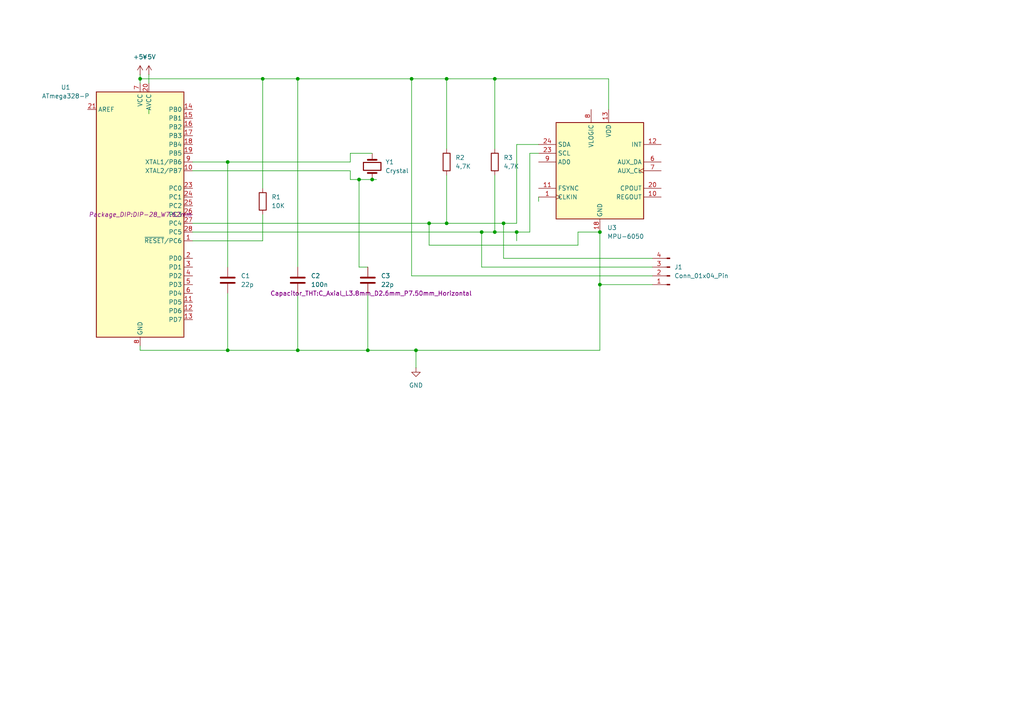
<source format=kicad_sch>
(kicad_sch (version 20250114) (generator "eeschema") (generator_version "9.0")
  (paper "A4")
  (lib_symbols
    (symbol "Connector:Conn_01x04_Pin" (pin_names (offset 1.016) (hide yes))
      (property "Reference" "J" (at 0 5.08 0))
      (property "Value" "Conn_01x04_Pin" (at 0 -7.62 0))
      (symbol "Conn_01x04_Pin_1_1"
        (rectangle (start 0.8636 2.667) (end 0 2.413) (stroke (width 0.1524)) (fill (type outline)))
        (rectangle (start 0.8636 0.127) (end 0 -0.127) (stroke (width 0.1524)) (fill (type outline)))
        (rectangle (start 0.8636 -2.413) (end 0 -2.667) (stroke (width 0.1524)) (fill (type outline)))
        (rectangle (start 0.8636 -4.953) (end 0 -5.207) (stroke (width 0.1524)) (fill (type outline)))
        (polyline (pts (xy 1.27 2.54) (xy 0.8636 2.54)) (stroke (width 0.1524)))
        (polyline (pts (xy 1.27 0) (xy 0.8636 0)) (stroke (width 0.1524)))
        (polyline (pts (xy 1.27 -2.54) (xy 0.8636 -2.54)) (stroke (width 0.1524)))
        (polyline (pts (xy 1.27 -5.08) (xy 0.8636 -5.08)) (stroke (width 0.1524)))
        (pin passive line (at 5.08 2.54 180) (length 3.81) (name "Pin_1") (number "1"))
        (pin passive line (at 5.08 0 180) (length 3.81) (name "Pin_2") (number "2"))
        (pin passive line (at 5.08 -2.54 180) (length 3.81) (name "Pin_3") (number "3"))
        (pin passive line (at 5.08 -5.08 180) (length 3.81) (name "Pin_4") (number "4"))
      )
    )
    (symbol "Device:C" (pin_numbers (hide yes)) (pin_names (offset 0.254))
      (property "Reference" "C" (at 0.635 2.54 0))
      (property "Value" "C" (at 0.635 -2.54 0))
      (symbol "C_0_1"
        (polyline (pts (xy -2.032 0.762) (xy 2.032 0.762)) (stroke (width 0.508)))
        (polyline (pts (xy -2.032 -0.762) (xy 2.032 -0.762)) (stroke (width 0.508)))
      )
      (symbol "C_1_1"
        (pin passive line (at 0 3.81 270) (length 2.794) (name "~") (number "1"))
        (pin passive line (at 0 -3.81 90) (length 2.794) (name "~") (number "2"))
      )
    )
    (symbol "Device:Crystal" (pin_numbers (hide yes)) (pin_names (offset 1.016) (hide yes))
      (property "Reference" "Y" (at 0 3.81 0))
      (property "Value" "Crystal" (at 0 -3.81 0))
      (symbol "Crystal_0_1"
        (polyline (pts (xy -2.54 0) (xy -1.905 0)))
        (polyline (pts (xy -1.905 -1.27) (xy -1.905 1.27)) (stroke (width 0.508)))
        (rectangle (start -1.143 2.54) (end 1.143 -2.54) (stroke (width 0.3048)))
        (polyline (pts (xy 1.905 -1.27) (xy 1.905 1.27)) (stroke (width 0.508)))
        (polyline (pts (xy 2.54 0) (xy 1.905 0)))
      )
      (symbol "Crystal_1_1"
        (pin passive line (at -3.81 0 0) (length 1.27) (name "1") (number "1"))
        (pin passive line (at 3.81 0 180) (length 1.27) (name "2") (number "2"))
      )
    )
    (symbol "Device:R" (pin_numbers (hide yes)) (pin_names (offset 0))
      (property "Reference" "R" (at 2.032 0 90))
      (property "Value" "R" (at 0 0 90))
      (symbol "R_0_1"
        (rectangle (start -1.016 -2.54) (end 1.016 2.54) (stroke (width 0.254)))
      )
      (symbol "R_1_1"
        (pin passive line (at 0 3.81 270) (length 1.27) (name "~") (number "1"))
        (pin passive line (at 0 -3.81 90) (length 1.27) (name "~") (number "2"))
      )
    )
    (symbol "MCU_Microchip_ATmega:ATmega328-P"
      (property "Reference" "U" (at -12.7 36.83 0))
      (property "Value" "ATmega328-P" (at 2.54 -36.83 0))
      (symbol "ATmega328-P_0_1"
        (rectangle (start -12.7 -35.56) (end 12.7 35.56) (stroke (width 0.254)) (fill (type background)))
      )
      (symbol "ATmega328-P_1_1"
        (pin passive line (at -15.24 30.48 0) (length 2.54) (name "AREF") (number "21"))
        (pin power_in line (at 0 38.1 270) (length 2.54) (name "VCC") (number "7"))
        (pin passive line (at 0 -38.1 90) (length 2.54) (hide yes) (name "GND") (number "22"))
        (pin power_in line (at 0 -38.1 90) (length 2.54) (name "GND") (number "8"))
        (pin power_in line (at 2.54 38.1 270) (length 2.54) (name "AVCC") (number "20"))
        (pin bidirectional line (at 15.24 30.48 180) (length 2.54) (name "PB0") (number "14"))
        (pin bidirectional line (at 15.24 27.94 180) (length 2.54) (name "PB1") (number "15"))
        (pin bidirectional line (at 15.24 25.4 180) (length 2.54) (name "PB2") (number "16"))
        (pin bidirectional line (at 15.24 22.86 180) (length 2.54) (name "PB3") (number "17"))
        (pin bidirectional line (at 15.24 20.32 180) (length 2.54) (name "PB4") (number "18"))
        (pin bidirectional line (at 15.24 17.78 180) (length 2.54) (name "PB5") (number "19"))
        (pin bidirectional line (at 15.24 15.24 180) (length 2.54) (name "XTAL1/PB6") (number "9"))
        (pin bidirectional line (at 15.24 12.7 180) (length 2.54) (name "XTAL2/PB7") (number "10"))
        (pin bidirectional line (at 15.24 7.62 180) (length 2.54) (name "PC0") (number "23"))
        (pin bidirectional line (at 15.24 5.08 180) (length 2.54) (name "PC1") (number "24"))
        (pin bidirectional line (at 15.24 2.54 180) (length 2.54) (name "PC2") (number "25"))
        (pin bidirectional line (at 15.24 0 180) (length 2.54) (name "PC3") (number "26"))
        (pin bidirectional line (at 15.24 -2.54 180) (length 2.54) (name "PC4") (number "27"))
        (pin bidirectional line (at 15.24 -5.08 180) (length 2.54) (name "PC5") (number "28"))
        (pin bidirectional line (at 15.24 -7.62 180) (length 2.54) (name "~{RESET}/PC6") (number "1"))
        (pin bidirectional line (at 15.24 -12.7 180) (length 2.54) (name "PD0") (number "2"))
        (pin bidirectional line (at 15.24 -15.24 180) (length 2.54) (name "PD1") (number "3"))
        (pin bidirectional line (at 15.24 -17.78 180) (length 2.54) (name "PD2") (number "4"))
        (pin bidirectional line (at 15.24 -20.32 180) (length 2.54) (name "PD3") (number "5"))
        (pin bidirectional line (at 15.24 -22.86 180) (length 2.54) (name "PD4") (number "6"))
        (pin bidirectional line (at 15.24 -25.4 180) (length 2.54) (name "PD5") (number "11"))
        (pin bidirectional line (at 15.24 -27.94 180) (length 2.54) (name "PD6") (number "12"))
        (pin bidirectional line (at 15.24 -30.48 180) (length 2.54) (name "PD7") (number "13"))
      )
    )
    (symbol "Sensor_Motion:MPU-6050"
      (property "Reference" "U" (at -11.43 13.97 0))
      (property "Value" "MPU-6050" (at 7.62 -15.24 0))
      (symbol "MPU-6050_0_0"
        (text "" (at 12.7 -2.54 0) (effects (font (size 1.27 1.27))))
      )
      (symbol "MPU-6050_0_1"
        (rectangle (start -12.7 13.97) (end 12.7 -13.97) (stroke (width 0.254)) (fill (type background)))
      )
      (symbol "MPU-6050_1_1"
        (pin bidirectional line (at -17.78 7.62 0) (length 5.08) (name "SDA") (number "24"))
        (pin input line (at -17.78 5.08 0) (length 5.08) (name "SCL") (number "23"))
        (pin input line (at -17.78 2.54 0) (length 5.08) (name "AD0") (number "9"))
        (pin input line (at -17.78 -5.08 0) (length 5.08) (name "FSYNC") (number "11"))
        (pin input clock (at -17.78 -7.62 0) (length 5.08) (name "CLKIN") (number "1"))
        (pin no_connect line (at -12.7 12.7 0) (length 2.54) (hide yes) (name "NC") (number "2"))
        (pin no_connect line (at -12.7 10.16 0) (length 2.54) (hide yes) (name "NC") (number "3"))
        (pin no_connect line (at -12.7 0 0) (length 2.54) (hide yes) (name "NC") (number "4"))
        (pin no_connect line (at -12.7 -2.54 0) (length 2.54) (hide yes) (name "NC") (number "5"))
        (pin no_connect line (at -12.7 -10.16 0) (length 2.54) (hide yes) (name "NC") (number "14"))
        (pin power_in line (at -2.54 17.78 270) (length 3.81) (name "VLOGIC") (number "8"))
        (pin power_in line (at 0 -17.78 90) (length 3.81) (name "GND") (number "18"))
        (pin power_in line (at 2.54 17.78 270) (length 3.81) (name "VDD") (number "13"))
        (pin no_connect line (at 12.7 12.7 180) (length 2.54) (hide yes) (name "NC") (number "15"))
        (pin no_connect line (at 12.7 10.16 180) (length 2.54) (hide yes) (name "NC") (number "16"))
        (pin no_connect line (at 12.7 5.08 180) (length 2.54) (hide yes) (name "NC") (number "17"))
        (pin no_connect line (at 12.7 -2.54 180) (length 2.54) (hide yes) (name "RESV") (number "21"))
        (pin no_connect line (at 12.7 -10.16 180) (length 2.54) (hide yes) (name "RESV") (number "19"))
        (pin no_connect line (at 12.7 -12.7 180) (length 2.54) (hide yes) (name "RESV") (number "22"))
        (pin output line (at 17.78 7.62 180) (length 5.08) (name "INT") (number "12"))
        (pin bidirectional line (at 17.78 2.54 180) (length 5.08) (name "AUX_DA") (number "6"))
        (pin output clock (at 17.78 0 180) (length 5.08) (name "AUX_CL") (number "7"))
        (pin passive line (at 17.78 -5.08 180) (length 5.08) (name "CPOUT") (number "20"))
        (pin passive line (at 17.78 -7.62 180) (length 5.08) (name "REGOUT") (number "10"))
      )
    )
    (symbol "power:+5V" (power) (pin_numbers (hide yes)) (pin_names (offset 0) (hide yes))
      (property "Value" "+5V" (at 0 3.556 0))
      (symbol "+5V_0_1"
        (polyline (pts (xy -0.762 1.27) (xy 0 2.54)))
        (polyline (pts (xy 0 2.54) (xy 0.762 1.27)))
        (polyline (pts (xy 0 0) (xy 0 2.54)))
      )
      (symbol "+5V_1_1"
        (pin power_in line (at 0 0 90) (length 0) (name "~") (number "1"))
      )
    )
    (symbol "power:GND" (power) (pin_numbers (hide yes)) (pin_names (offset 0) (hide yes))
      (property "Value" "GND" (at 0 -3.81 0))
      (symbol "GND_0_1"
        (polyline (pts (xy 0 0) (xy 0 -1.27) (xy 1.27 -1.27) (xy 0 -2.54) (xy -1.27 -1.27) (xy 0 -1.27)))
      )
      (symbol "GND_1_1"
        (pin power_in line (at 0 0 270) (length 0) (name "~") (number "1"))
      )
    )
  )
  (junction (at 146.05 64.77))
  (junction (at 106.68 101.6))
  (junction (at 119.38 22.86))
  (junction (at 124.46 64.77))
  (junction (at 129.54 22.86))
  (junction (at 66.04 101.6))
  (junction (at 104.14 52.07))
  (junction (at 66.04 46.99))
  (junction (at 173.99 67.31))
  (junction (at 86.36 22.86))
  (junction (at 129.54 64.77))
  (junction (at 173.99 82.55))
  (junction (at 86.36 101.6))
  (junction (at 139.7 67.31))
  (junction (at 107.95 52.07))
  (junction (at 143.51 22.86))
  (junction (at 149.86 67.31))
  (junction (at 143.51 67.31))
  (junction (at 120.65 101.6))
  (junction (at 40.64 22.86))
  (junction (at 76.2 22.86))
  (wire (pts (xy 40.64 22.86) (xy 76.2 22.86)))
  (wire (pts (xy 153.67 67.31) (xy 153.67 44.45)))
  (wire (pts (xy 106.68 77.47) (xy 104.14 77.47)))
  (wire (pts (xy 106.68 101.6) (xy 86.36 101.6)))
  (wire (pts (xy 189.23 74.93) (xy 146.05 74.93)))
  (wire (pts (xy 143.51 67.31) (xy 149.86 67.31)))
  (wire (pts (xy 189.23 77.47) (xy 139.7 77.47)))
  (wire (pts (xy 120.65 101.6) (xy 106.68 101.6)))
  (wire (pts (xy 101.6 46.99) (xy 101.6 44.45)))
  (wire (pts (xy 124.46 71.12) (xy 167.64 71.12)))
  (wire (pts (xy 55.88 64.77) (xy 124.46 64.77)))
  (wire (pts (xy 149.86 41.91) (xy 149.86 64.77)))
  (wire (pts (xy 101.6 49.53) (xy 101.6 52.07)))
  (wire (pts (xy 66.04 101.6) (xy 40.64 101.6)))
  (wire (pts (xy 129.54 22.86) (xy 143.51 22.86)))
  (wire (pts (xy 86.36 22.86) (xy 119.38 22.86)))
  (wire (pts (xy 86.36 22.86) (xy 86.36 77.47)))
  (wire (pts (xy 66.04 77.47) (xy 66.04 46.99)))
  (wire (pts (xy 167.64 67.31) (xy 173.99 67.31)))
  (wire (pts (xy 143.51 50.8) (xy 143.51 67.31)))
  (wire (pts (xy 66.04 46.99) (xy 101.6 46.99)))
  (wire (pts (xy 167.64 71.12) (xy 167.64 67.31)))
  (wire (pts (xy 107.95 52.07) (xy 109.22 52.07)))
  (wire (pts (xy 139.7 67.31) (xy 143.51 67.31)))
  (wire (pts (xy 120.65 101.6) (xy 120.65 106.68)))
  (wire (pts (xy 86.36 101.6) (xy 66.04 101.6)))
  (wire (pts (xy 124.46 71.12) (xy 124.46 64.77)))
  (wire (pts (xy 76.2 62.23) (xy 76.2 69.85)))
  (wire (pts (xy 40.64 100.33) (xy 40.64 101.6)))
  (wire (pts (xy 104.14 52.07) (xy 107.95 52.07)))
  (wire (pts (xy 40.64 22.86) (xy 40.64 24.13)))
  (wire (pts (xy 129.54 22.86) (xy 129.54 43.18)))
  (wire (pts (xy 149.86 41.91) (xy 156.21 41.91)))
  (wire (pts (xy 55.88 46.99) (xy 66.04 46.99)))
  (wire (pts (xy 156.21 57.15) (xy 156.21 58.42)))
  (wire (pts (xy 149.86 67.31) (xy 149.86 69.85)))
  (wire (pts (xy 119.38 80.01) (xy 119.38 22.86)))
  (wire (pts (xy 176.53 22.86) (xy 176.53 31.75)))
  (wire (pts (xy 139.7 77.47) (xy 139.7 67.31)))
  (wire (pts (xy 55.88 49.53) (xy 101.6 49.53)))
  (wire (pts (xy 143.51 22.86) (xy 176.53 22.86)))
  (wire (pts (xy 76.2 22.86) (xy 76.2 54.61)))
  (wire (pts (xy 101.6 52.07) (xy 104.14 52.07)))
  (wire (pts (xy 55.88 67.31) (xy 139.7 67.31)))
  (wire (pts (xy 55.88 69.85) (xy 76.2 69.85)))
  (wire (pts (xy 146.05 74.93) (xy 146.05 64.77)))
  (wire (pts (xy 124.46 64.77) (xy 129.54 64.77)))
  (wire (pts (xy 101.6 44.45) (xy 107.95 44.45)))
  (wire (pts (xy 43.18 31.75) (xy 43.18 33.02)))
  (wire (pts (xy 106.68 85.09) (xy 106.68 101.6)))
  (wire (pts (xy 104.14 77.47) (xy 104.14 52.07)))
  (wire (pts (xy 120.65 101.6) (xy 173.99 101.6)))
  (wire (pts (xy 149.86 67.31) (xy 153.67 67.31)))
  (wire (pts (xy 173.99 82.55) (xy 173.99 101.6)))
  (wire (pts (xy 153.67 44.45) (xy 156.21 44.45)))
  (wire (pts (xy 43.18 21.59) (xy 43.18 24.13)))
  (wire (pts (xy 129.54 64.77) (xy 146.05 64.77)))
  (wire (pts (xy 76.2 22.86) (xy 86.36 22.86)))
  (wire (pts (xy 40.64 21.59) (xy 40.64 22.86)))
  (wire (pts (xy 146.05 64.77) (xy 149.86 64.77)))
  (wire (pts (xy 66.04 85.09) (xy 66.04 101.6)))
  (wire (pts (xy 189.23 80.01) (xy 119.38 80.01)))
  (wire (pts (xy 173.99 82.55) (xy 189.23 82.55)))
  (wire (pts (xy 173.99 67.31) (xy 173.99 82.55)))
  (wire (pts (xy 119.38 22.86) (xy 129.54 22.86)))
  (wire (pts (xy 86.36 85.09) (xy 86.36 101.6)))
  (wire (pts (xy 143.51 22.86) (xy 143.51 43.18)))
  (wire (pts (xy 129.54 50.8) (xy 129.54 64.77)))
  (symbol (lib_id "power:GND") (at 120.65 106.68 0) (unit 1)
    (property "Reference" "#PWR03" (effects (hide yes)))
    (property "Value" "GND" (at 120.65 111.76 0))
    (property "Description" "Power symbol creates a global label with name \"GND\" , ground" (effects (hide yes)))
  )
  (symbol (lib_id "Device:C") (at 66.04 81.28 0) (unit 1)
    (property "Reference" "C1" (at 69.85 80.0099 0) (effects (justify left)))
    (property "Value" "22p" (at 69.85 82.5499 0) (effects (justify left)))
    (property "Footprint" "Capacitor_THT:C_Axial_L3.8mm_D2.6mm_P7.50mm_Horizontal" (effects (hide yes)))
    (property "Description" "Unpolarized capacitor" (effects (hide yes)))
  )
  (symbol (lib_id "Device:R") (at 76.2 58.42 0) (unit 1)
    (property "Reference" "R1" (at 78.74 57.1499 0) (effects (justify left)))
    (property "Value" "10K" (at 78.74 59.6899 0) (effects (justify left)))
    (property "Description" "Resistor" (effects (hide yes)))
  )
  (symbol (lib_id "Device:R") (at 129.54 46.99 0) (unit 1)
    (property "Reference" "R2" (at 132.08 45.7199 0) (effects (justify left)))
    (property "Value" "4,7K" (at 132.08 48.2599 0) (effects (justify left)))
    (property "Footprint" "Resistor_THT:R_Axial_DIN0207_L6.3mm_D2.5mm_P10.16mm_Horizontal" (effects (hide yes)))
    (property "Description" "Resistor" (effects (hide yes)))
  )
  (symbol (lib_id "Device:C") (at 106.68 81.28 0) (unit 1)
    (property "Reference" "C3" (at 110.49 80.0099 0) (effects (justify left)))
    (property "Value" "22p" (at 110.49 82.5499 0) (effects (justify left)))
    (property "Footprint" "Capacitor_THT:C_Axial_L3.8mm_D2.6mm_P7.50mm_Horizontal" (at 107.6452 85.09 0))
    (property "Description" "Unpolarized capacitor" (effects (hide yes)))
  )
  (symbol (lib_id "Device:C") (at 86.36 81.28 0) (unit 1)
    (property "Reference" "C2" (at 90.17 80.0099 0) (effects (justify left)))
    (property "Value" "100n" (at 90.17 82.5499 0) (effects (justify left)))
    (property "Footprint" "Capacitor_THT:C_Axial_L3.8mm_D2.6mm_P7.50mm_Horizontal" (effects (hide yes)))
    (property "Description" "Unpolarized capacitor" (effects (hide yes)))
  )
  (symbol (lib_id "Device:Crystal") (at 107.95 48.26 90) (unit 1)
    (property "Reference" "Y1" (at 111.76 46.9899 90) (effects (justify right)))
    (property "Value" "Crystal" (at 111.76 49.5299 90) (effects (justify right)))
    (property "Footprint" "Crystal:Crystal_HC52-8mm_Vertical" (effects (hide yes)))
    (property "Description" "Two pin crystal" (effects (hide yes)))
  )
  (symbol (lib_id "power:+5V") (at 43.18 21.59 0) (unit 1)
    (property "Reference" "#PWR02" (effects (hide yes)))
    (property "Value" "+5V" (at 43.18 16.51 0))
    (property "Description" "Power symbol creates a global label with name \"+5V\"" (effects (hide yes)))
  )
  (symbol (lib_id "MCU_Microchip_ATmega:ATmega328-P") (at 40.64 62.23 0) (unit 1)
    (property "Reference" "U1" (at 19.05 25.3298 0))
    (property "Value" "ATmega328-P" (at 19.05 27.8698 0))
    (property "Footprint" "Package_DIP:DIP-28_W7.62mm" (at 40.64 62.23 0) (effects (font (italic yes))))
    (property "Datasheet" "http://ww1.microchip.com/downloads/en/DeviceDoc/ATmega328_P%20AVR%20MCU%20with%20picoPower%20Technology%20Data%20Sheet%2040001984A.pdf" (effects (hide yes)))
    (property "Description" "20MHz, 32kB Flash, 2kB SRAM, 1kB EEPROM, DIP-28" (effects (hide yes)))
  )
  (symbol (lib_id "power:+5V") (at 40.64 21.59 0) (unit 1)
    (property "Reference" "#PWR01" (effects (hide yes)))
    (property "Value" "+5V" (at 40.64 16.51 0))
    (property "Description" "Power symbol creates a global label with name \"+5V\"" (effects (hide yes)))
  )
  (symbol (lib_id "Connector:Conn_01x04_Pin") (at 194.31 80.01 180) (unit 1)
    (property "Reference" "J1" (at 195.58 77.4699 0) (effects (justify right)))
    (property "Value" "Conn_01x04_Pin" (at 195.58 80.0099 0) (effects (justify right)))
    (property "Footprint" "Connector:FanPinHeader_1x04_P2.54mm_Vertical" (effects (hide yes)))
    (property "Description" "Generic connector, single row, 01x04, script generated" (effects (hide yes)))
  )
  (symbol (lib_id "Device:R") (at 143.51 46.99 0) (unit 1)
    (property "Reference" "R3" (at 146.05 45.7199 0) (effects (justify left)))
    (property "Value" "4,7K" (at 146.05 48.2599 0) (effects (justify left)))
    (property "Footprint" "Resistor_THT:R_Axial_DIN0207_L6.3mm_D2.5mm_P10.16mm_Horizontal" (effects (hide yes)))
    (property "Description" "Resistor" (effects (hide yes)))
  )
  (symbol (lib_id "Sensor_Motion:MPU-6050") (at 173.99 49.53 0) (unit 1)
    (property "Reference" "U3" (at 176.1333 66.04 0) (effects (justify left)))
    (property "Value" "MPU-6050" (at 176.1333 68.58 0) (effects (justify left)))
    (property "Footprint" "Sensor_Motion:InvenSense_QFN-24_4x4mm_P0.5mm" (effects (hide yes)))
    (property "Datasheet" "https://invensense.tdk.com/wp-content/uploads/2015/02/MPU-6000-Datasheet1.pdf" (effects (hide yes)))
    (property "Description" "InvenSense 6-Axis Motion Sensor, Gyroscope, Accelerometer, I2C" (effects (hide yes)))
  )
)
</source>
